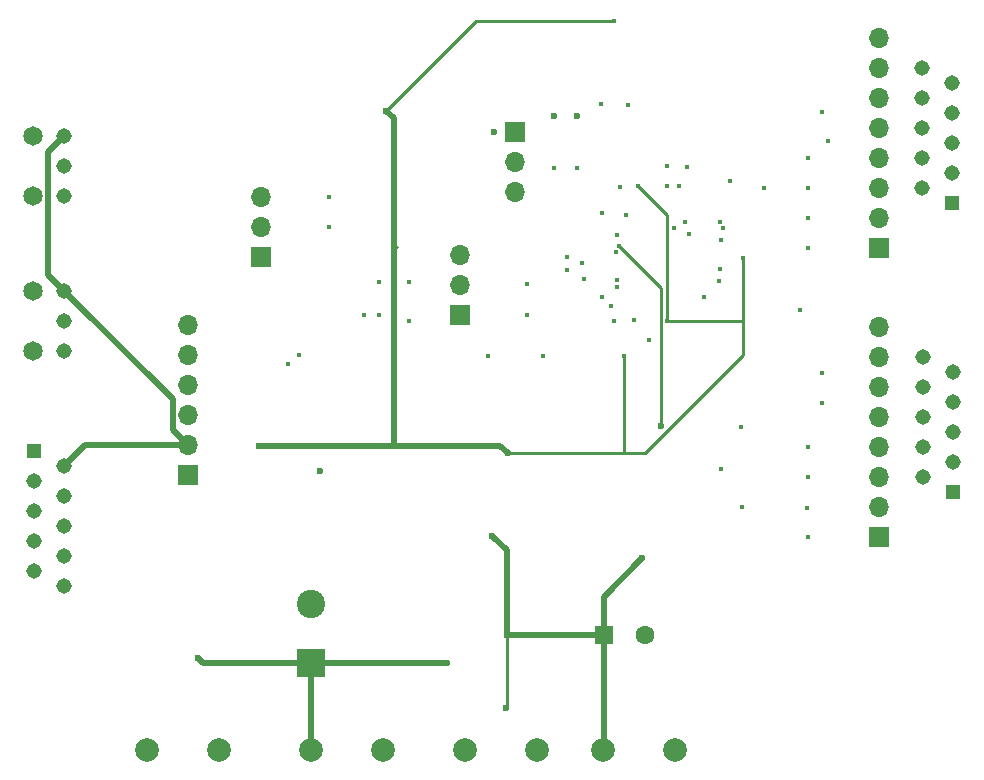
<source format=gbr>
G04 #@! TF.GenerationSoftware,KiCad,Pcbnew,(5.1.9-0-10_14)*
G04 #@! TF.CreationDate,2021-03-22T16:22:46+01:00*
G04 #@! TF.ProjectId,dac,6461632e-6b69-4636-9164-5f7063625858,rev?*
G04 #@! TF.SameCoordinates,Original*
G04 #@! TF.FileFunction,Copper,L4,Bot*
G04 #@! TF.FilePolarity,Positive*
%FSLAX46Y46*%
G04 Gerber Fmt 4.6, Leading zero omitted, Abs format (unit mm)*
G04 Created by KiCad (PCBNEW (5.1.9-0-10_14)) date 2021-03-22 16:22:46*
%MOMM*%
%LPD*%
G01*
G04 APERTURE LIST*
G04 #@! TA.AperFunction,ComponentPad*
%ADD10C,1.308000*%
G04 #@! TD*
G04 #@! TA.AperFunction,ComponentPad*
%ADD11C,1.650000*%
G04 #@! TD*
G04 #@! TA.AperFunction,ComponentPad*
%ADD12C,2.000000*%
G04 #@! TD*
G04 #@! TA.AperFunction,ComponentPad*
%ADD13R,1.308000X1.308000*%
G04 #@! TD*
G04 #@! TA.AperFunction,ComponentPad*
%ADD14O,1.700000X1.700000*%
G04 #@! TD*
G04 #@! TA.AperFunction,ComponentPad*
%ADD15R,1.700000X1.700000*%
G04 #@! TD*
G04 #@! TA.AperFunction,ComponentPad*
%ADD16C,1.600000*%
G04 #@! TD*
G04 #@! TA.AperFunction,ComponentPad*
%ADD17R,1.600000X1.600000*%
G04 #@! TD*
G04 #@! TA.AperFunction,ComponentPad*
%ADD18C,2.400000*%
G04 #@! TD*
G04 #@! TA.AperFunction,ComponentPad*
%ADD19R,2.400000X2.400000*%
G04 #@! TD*
G04 #@! TA.AperFunction,ViaPad*
%ADD20C,0.400000*%
G04 #@! TD*
G04 #@! TA.AperFunction,ViaPad*
%ADD21C,0.600000*%
G04 #@! TD*
G04 #@! TA.AperFunction,Conductor*
%ADD22C,0.500000*%
G04 #@! TD*
G04 #@! TA.AperFunction,Conductor*
%ADD23C,0.250000*%
G04 #@! TD*
G04 APERTURE END LIST*
D10*
X115025000Y-83185000D03*
X115025000Y-85725000D03*
X115025000Y-88265000D03*
D11*
X112395000Y-88265000D03*
X112395000Y-83185000D03*
D10*
X115025000Y-70104000D03*
X115025000Y-72644000D03*
X115025000Y-75184000D03*
D11*
X112395000Y-75184000D03*
X112395000Y-70104000D03*
D12*
X141986000Y-122047000D03*
X135890000Y-122047000D03*
D13*
X190246000Y-100266500D03*
D10*
X187706000Y-98996500D03*
X190246000Y-97726500D03*
X187706000Y-96456500D03*
X190246000Y-95186500D03*
X187706000Y-93916500D03*
X190246000Y-92646500D03*
X187706000Y-91376500D03*
X190246000Y-90106500D03*
X187706000Y-88836500D03*
D14*
X184023000Y-86296500D03*
X184023000Y-88836500D03*
X184023000Y-91376500D03*
X184023000Y-93916500D03*
X184023000Y-96456500D03*
X184023000Y-98996500D03*
X184023000Y-101536500D03*
D15*
X184023000Y-104076500D03*
D14*
X153162000Y-74866500D03*
X153162000Y-72326500D03*
D15*
X153162000Y-69786500D03*
D14*
X131699000Y-75247500D03*
X131699000Y-77787500D03*
D15*
X131699000Y-80327500D03*
D14*
X184023000Y-61785500D03*
X184023000Y-64325500D03*
X184023000Y-66865500D03*
X184023000Y-69405500D03*
X184023000Y-71945500D03*
X184023000Y-74485500D03*
X184023000Y-77025500D03*
D15*
X184023000Y-79565500D03*
D14*
X148526500Y-80137000D03*
X148526500Y-82677000D03*
D15*
X148526500Y-85217000D03*
D13*
X112458500Y-96774000D03*
D10*
X114998500Y-98044000D03*
X112458500Y-99314000D03*
X114998500Y-100584000D03*
X112458500Y-101854000D03*
X114998500Y-103124000D03*
X112458500Y-104394000D03*
X114998500Y-105664000D03*
X112458500Y-106934000D03*
X114998500Y-108204000D03*
D13*
X190224000Y-75755500D03*
D10*
X187684000Y-74485500D03*
X190224000Y-73215500D03*
X187684000Y-71945500D03*
X190224000Y-70675500D03*
X187684000Y-69405500D03*
X190224000Y-68135500D03*
X187684000Y-66865500D03*
X190224000Y-65595500D03*
X187684000Y-64325500D03*
D16*
X164211000Y-112331500D03*
D17*
X160711000Y-112331500D03*
D14*
X125539500Y-86106000D03*
X125539500Y-88646000D03*
X125539500Y-91186000D03*
X125539500Y-93726000D03*
X125539500Y-96266000D03*
D15*
X125539500Y-98806000D03*
D12*
X122047000Y-122047000D03*
X128143000Y-122047000D03*
X155067000Y-122047000D03*
X160655000Y-122047000D03*
X166751000Y-122047000D03*
X148971000Y-122047000D03*
D18*
X135890000Y-109681000D03*
D19*
X135890000Y-114681000D03*
D20*
X166090600Y-74345800D03*
X166090600Y-72669400D03*
X164566600Y-87401400D03*
X157632400Y-80365600D03*
X157616768Y-81416768D03*
D21*
X131508500Y-96329500D03*
X152579000Y-96976000D03*
X142922000Y-79455000D03*
X142292000Y-67956500D03*
X142922000Y-75518000D03*
D20*
X163596000Y-74300400D03*
X166096000Y-85770400D03*
X161603700Y-60341500D03*
X172491400Y-80391000D03*
X162411400Y-88693000D03*
X161823400Y-78439500D03*
X160451800Y-67386200D03*
X162585400Y-76818000D03*
X162737800Y-67437000D03*
X137414000Y-75247500D03*
X167576500Y-77343000D03*
X137414000Y-77787500D03*
X166624000Y-77914500D03*
D21*
X147447000Y-114681000D03*
X126365000Y-114300000D03*
D20*
X134874000Y-88646000D03*
X133985000Y-89408000D03*
D21*
X136652000Y-98425000D03*
D20*
X144208500Y-85742000D03*
X144208500Y-82423000D03*
X179197000Y-90144600D03*
X179197000Y-68046600D03*
X141668500Y-85217000D03*
X141668500Y-82486500D03*
X179197000Y-92684600D03*
X179722000Y-70535800D03*
D21*
X165544500Y-94678500D03*
D20*
X161976500Y-79387000D03*
X167106600Y-74345800D03*
X167716200Y-72720200D03*
D21*
X152477500Y-112381000D03*
X151257000Y-103949500D03*
X163957000Y-105854500D03*
X152400000Y-118491000D03*
D20*
X163271200Y-85699600D03*
X161734959Y-79936236D03*
X161808026Y-82274209D03*
X161594800Y-85750400D03*
X140398500Y-85217000D03*
X161815000Y-82880200D03*
X150876000Y-88747600D03*
X155600400Y-88747600D03*
X160528000Y-83718400D03*
X154228800Y-85242400D03*
X159054800Y-82194400D03*
X158902400Y-80873600D03*
X154228800Y-82651600D03*
X171424600Y-73939400D03*
X167919400Y-78409800D03*
X170561000Y-77343000D03*
X177977800Y-77038200D03*
X170827765Y-77884800D03*
X174269400Y-74498200D03*
X178028600Y-74498200D03*
X177977800Y-71958200D03*
X170611800Y-78862000D03*
X162115500Y-74422000D03*
D21*
X151384000Y-69786500D03*
X156464000Y-68389500D03*
X158432500Y-68389500D03*
D20*
X156464000Y-72834500D03*
X161290000Y-84455000D03*
X177317400Y-84810600D03*
X177977800Y-79578200D03*
X177977800Y-104063800D03*
X160528000Y-76581000D03*
X158432500Y-72834500D03*
X169189400Y-83693000D03*
X172440600Y-101523800D03*
X177876200Y-101574600D03*
X170611800Y-98272600D03*
X177977800Y-98983800D03*
X170459400Y-82372200D03*
X177977800Y-96443800D03*
X170510200Y-81322199D03*
X172339000Y-94716600D03*
D22*
X113670001Y-71458999D02*
X113670001Y-81830001D01*
X113670001Y-81830001D02*
X115025000Y-83185000D01*
X115025000Y-70104000D02*
X113670001Y-71458999D01*
X151932500Y-96329500D02*
X152579000Y-96976000D01*
X116776500Y-96266000D02*
X114998500Y-98044000D01*
X125539500Y-96266000D02*
X116776500Y-96266000D01*
X124239499Y-92399499D02*
X115025000Y-83185000D01*
X124239499Y-94965999D02*
X124239499Y-92399499D01*
X125539500Y-96266000D02*
X124239499Y-94965999D01*
X142922000Y-96122500D02*
X143129000Y-96329500D01*
X142922000Y-79455000D02*
X142922000Y-96122500D01*
X143129000Y-96329500D02*
X151932500Y-96329500D01*
X131508500Y-96329500D02*
X143129000Y-96329500D01*
X142922000Y-68586500D02*
X142292000Y-67956500D01*
X142922000Y-79455000D02*
X142922000Y-75518000D01*
D23*
X143239500Y-79455000D02*
X142922000Y-79455000D01*
D22*
X142922000Y-75518000D02*
X142922000Y-68586500D01*
D23*
X166096000Y-85770400D02*
X166096000Y-85770400D01*
X166096000Y-76800400D02*
X163596000Y-74300400D01*
X166096000Y-85770400D02*
X166096000Y-76800400D01*
X149907000Y-60341500D02*
X142292000Y-67956500D01*
X161603700Y-60341500D02*
X149907000Y-60341500D01*
X164172002Y-96976000D02*
X172491400Y-88656602D01*
X172446000Y-85770400D02*
X172491400Y-85725000D01*
X166096000Y-85770400D02*
X172446000Y-85770400D01*
X172491400Y-85725000D02*
X172491400Y-80391000D01*
X172491400Y-88656602D02*
X172491400Y-85725000D01*
X162411400Y-88693000D02*
X162411400Y-96973400D01*
X162411400Y-96973400D02*
X162408800Y-96976000D01*
X162408800Y-96976000D02*
X164172002Y-96976000D01*
X152579000Y-96976000D02*
X162408800Y-96976000D01*
D22*
X126746000Y-114681000D02*
X126365000Y-114300000D01*
X135890000Y-114681000D02*
X126746000Y-114681000D01*
X135890000Y-122047000D02*
X135890000Y-114681000D01*
X135890000Y-114681000D02*
X147447000Y-114681000D01*
D23*
X165544500Y-82955000D02*
X161976500Y-79387000D01*
X165544500Y-94678500D02*
X165544500Y-82955000D01*
D22*
X160661500Y-112381000D02*
X160711000Y-112331500D01*
X152477500Y-112381000D02*
X160661500Y-112381000D01*
X152477500Y-105170000D02*
X151257000Y-103949500D01*
X152477500Y-112381000D02*
X152477500Y-105170000D01*
X160711000Y-109100500D02*
X163957000Y-105854500D01*
X160711000Y-112331500D02*
X160711000Y-109100500D01*
X160711000Y-121991000D02*
X160655000Y-122047000D01*
X160711000Y-112331500D02*
X160711000Y-121991000D01*
D23*
X152477500Y-118413500D02*
X152400000Y-118491000D01*
X152477500Y-112381000D02*
X152477500Y-118413500D01*
M02*

</source>
